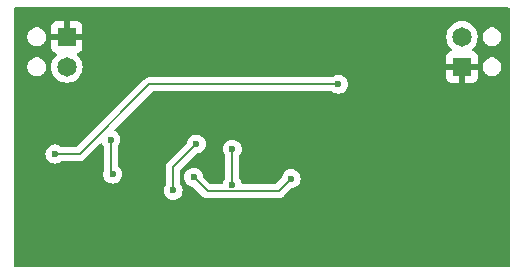
<source format=gbr>
%TF.GenerationSoftware,KiCad,Pcbnew,8.0.8*%
%TF.CreationDate,2025-02-16T12:35:09+01:00*%
%TF.ProjectId,step-down,73746570-2d64-46f7-976e-2e6b69636164,rev?*%
%TF.SameCoordinates,Original*%
%TF.FileFunction,Copper,L2,Bot*%
%TF.FilePolarity,Positive*%
%FSLAX46Y46*%
G04 Gerber Fmt 4.6, Leading zero omitted, Abs format (unit mm)*
G04 Created by KiCad (PCBNEW 8.0.8) date 2025-02-16 12:35:09*
%MOMM*%
%LPD*%
G01*
G04 APERTURE LIST*
%TA.AperFunction,ComponentPad*%
%ADD10R,1.650000X1.650000*%
%TD*%
%TA.AperFunction,ComponentPad*%
%ADD11C,1.650000*%
%TD*%
%TA.AperFunction,ViaPad*%
%ADD12C,0.600000*%
%TD*%
%TA.AperFunction,Conductor*%
%ADD13C,0.200000*%
%TD*%
G04 APERTURE END LIST*
D10*
%TO.P,J2,1,Pin_1*%
%TO.N,GND*%
X161460000Y-94540000D03*
D11*
%TO.P,J2,2,Pin_2*%
%TO.N,/SENSE-*%
X161460000Y-92000000D03*
%TD*%
D10*
%TO.P,J1,1,Pin_1*%
%TO.N,GND*%
X128000000Y-92000000D03*
D11*
%TO.P,J1,2,Pin_2*%
%TO.N,/VIN*%
X128000000Y-94540000D03*
%TD*%
D12*
%TO.N,/INTVCC*%
X137000000Y-105000000D03*
X138959398Y-101066161D03*
%TO.N,/BOOST*%
X138739998Y-103881566D03*
X147000000Y-104000000D03*
%TO.N,/SENSE-*%
X151000000Y-96000000D03*
X127000000Y-101909998D03*
%TO.N,/VFB*%
X131881298Y-103615000D03*
X131716070Y-100690000D03*
%TO.N,/PGOOD*%
X142006996Y-101506446D03*
X142000000Y-104500000D03*
%TD*%
D13*
%TO.N,/INTVCC*%
X137000000Y-105000000D02*
X137000000Y-103025559D01*
X137000000Y-103025559D02*
X138959398Y-101066161D01*
%TO.N,/BOOST*%
X145940000Y-105060000D02*
X139918432Y-105060000D01*
X147000000Y-104000000D02*
X145940000Y-105060000D01*
X139918432Y-105060000D02*
X138739998Y-103881566D01*
%TO.N,/SENSE-*%
X151000000Y-96000000D02*
X135000000Y-96000000D01*
X129090002Y-101909998D02*
X127000000Y-101909998D01*
X135000000Y-96000000D02*
X129090002Y-101909998D01*
%TO.N,/VFB*%
X131716070Y-100690000D02*
X131716070Y-103449772D01*
X131716070Y-103449772D02*
X131881298Y-103615000D01*
X131881298Y-103615000D02*
X132000000Y-103496298D01*
%TO.N,/PGOOD*%
X142006996Y-101506446D02*
X142000000Y-101513442D01*
X142000000Y-101513442D02*
X142000000Y-104500000D01*
%TD*%
%TA.AperFunction,Conductor*%
%TO.N,GND*%
G36*
X165442539Y-89520185D02*
G01*
X165488294Y-89572989D01*
X165499500Y-89624500D01*
X165499500Y-111375500D01*
X165479815Y-111442539D01*
X165427011Y-111488294D01*
X165375500Y-111499500D01*
X123624500Y-111499500D01*
X123557461Y-111479815D01*
X123511706Y-111427011D01*
X123500500Y-111375500D01*
X123500500Y-104999996D01*
X136194435Y-104999996D01*
X136194435Y-105000003D01*
X136214630Y-105179249D01*
X136214631Y-105179254D01*
X136274211Y-105349523D01*
X136323970Y-105428713D01*
X136370184Y-105502262D01*
X136497738Y-105629816D01*
X136650478Y-105725789D01*
X136820745Y-105785368D01*
X136820750Y-105785369D01*
X136999996Y-105805565D01*
X137000000Y-105805565D01*
X137000004Y-105805565D01*
X137179249Y-105785369D01*
X137179252Y-105785368D01*
X137179255Y-105785368D01*
X137349522Y-105725789D01*
X137502262Y-105629816D01*
X137629816Y-105502262D01*
X137725789Y-105349522D01*
X137785368Y-105179255D01*
X137805565Y-105000000D01*
X137785368Y-104820745D01*
X137725789Y-104650478D01*
X137629816Y-104497738D01*
X137629814Y-104497736D01*
X137629813Y-104497734D01*
X137627550Y-104494896D01*
X137626659Y-104492715D01*
X137626111Y-104491842D01*
X137626264Y-104491745D01*
X137601144Y-104430209D01*
X137600500Y-104417587D01*
X137600500Y-103881562D01*
X137934433Y-103881562D01*
X137934433Y-103881569D01*
X137954628Y-104060815D01*
X137954629Y-104060820D01*
X138014209Y-104231089D01*
X138070544Y-104320745D01*
X138110182Y-104383828D01*
X138237736Y-104511382D01*
X138390476Y-104607355D01*
X138560743Y-104666934D01*
X138647667Y-104676727D01*
X138712078Y-104703792D01*
X138721463Y-104712266D01*
X139433571Y-105424374D01*
X139433581Y-105424385D01*
X139437911Y-105428715D01*
X139437912Y-105428716D01*
X139549716Y-105540520D01*
X139549718Y-105540521D01*
X139549722Y-105540524D01*
X139686641Y-105619573D01*
X139686648Y-105619577D01*
X139798451Y-105649534D01*
X139839374Y-105660500D01*
X139839375Y-105660500D01*
X145853331Y-105660500D01*
X145853347Y-105660501D01*
X145860943Y-105660501D01*
X146019054Y-105660501D01*
X146019057Y-105660501D01*
X146171785Y-105619577D01*
X146221904Y-105590639D01*
X146308716Y-105540520D01*
X146420520Y-105428716D01*
X146420520Y-105428714D01*
X146430728Y-105418507D01*
X146430730Y-105418504D01*
X147018535Y-104830698D01*
X147079856Y-104797215D01*
X147092311Y-104795163D01*
X147179255Y-104785368D01*
X147349522Y-104725789D01*
X147502262Y-104629816D01*
X147629816Y-104502262D01*
X147725789Y-104349522D01*
X147785368Y-104179255D01*
X147785369Y-104179249D01*
X147805565Y-104000003D01*
X147805565Y-103999996D01*
X147785369Y-103820750D01*
X147785368Y-103820745D01*
X147725788Y-103650476D01*
X147651372Y-103532044D01*
X147629816Y-103497738D01*
X147502262Y-103370184D01*
X147431395Y-103325655D01*
X147349523Y-103274211D01*
X147179254Y-103214631D01*
X147179249Y-103214630D01*
X147000004Y-103194435D01*
X146999996Y-103194435D01*
X146820750Y-103214630D01*
X146820745Y-103214631D01*
X146650476Y-103274211D01*
X146497737Y-103370184D01*
X146370184Y-103497737D01*
X146274210Y-103650478D01*
X146214630Y-103820750D01*
X146204837Y-103907668D01*
X146177770Y-103972082D01*
X146169298Y-103981465D01*
X145727584Y-104423181D01*
X145666261Y-104456666D01*
X145639903Y-104459500D01*
X142911815Y-104459500D01*
X142844776Y-104439815D01*
X142799021Y-104387011D01*
X142788595Y-104349385D01*
X142785368Y-104320745D01*
X142725789Y-104150478D01*
X142629816Y-103997738D01*
X142629814Y-103997736D01*
X142629813Y-103997734D01*
X142627550Y-103994896D01*
X142626659Y-103992715D01*
X142626111Y-103991842D01*
X142626264Y-103991745D01*
X142601144Y-103930209D01*
X142600500Y-103917587D01*
X142600500Y-102096382D01*
X142620185Y-102029343D01*
X142636662Y-102008894D01*
X142636806Y-102008713D01*
X142636812Y-102008708D01*
X142732785Y-101855968D01*
X142792364Y-101685701D01*
X142805578Y-101568423D01*
X142812561Y-101506449D01*
X142812561Y-101506442D01*
X142792365Y-101327196D01*
X142792364Y-101327191D01*
X142763749Y-101245415D01*
X142732785Y-101156924D01*
X142636812Y-101004184D01*
X142509258Y-100876630D01*
X142497511Y-100869249D01*
X142356519Y-100780657D01*
X142186250Y-100721077D01*
X142186245Y-100721076D01*
X142007000Y-100700881D01*
X142006992Y-100700881D01*
X141827746Y-100721076D01*
X141827741Y-100721077D01*
X141657472Y-100780657D01*
X141504733Y-100876630D01*
X141377180Y-101004183D01*
X141281207Y-101156922D01*
X141221627Y-101327191D01*
X141221626Y-101327196D01*
X141201431Y-101506442D01*
X141201431Y-101506449D01*
X141221626Y-101685695D01*
X141221627Y-101685700D01*
X141281207Y-101855970D01*
X141380493Y-102013980D01*
X141399500Y-102079953D01*
X141399500Y-103917587D01*
X141379815Y-103984626D01*
X141372450Y-103994896D01*
X141370186Y-103997734D01*
X141274210Y-104150478D01*
X141214631Y-104320746D01*
X141212743Y-104337507D01*
X141211405Y-104349384D01*
X141184340Y-104413796D01*
X141126745Y-104453352D01*
X141088185Y-104459500D01*
X140218529Y-104459500D01*
X140151490Y-104439815D01*
X140130848Y-104423181D01*
X139570698Y-103863031D01*
X139537213Y-103801708D01*
X139535161Y-103789252D01*
X139525366Y-103702311D01*
X139465787Y-103532044D01*
X139369814Y-103379304D01*
X139242260Y-103251750D01*
X139151044Y-103194435D01*
X139089521Y-103155777D01*
X138919252Y-103096197D01*
X138919247Y-103096196D01*
X138740002Y-103076001D01*
X138739994Y-103076001D01*
X138560748Y-103096196D01*
X138560743Y-103096197D01*
X138390474Y-103155777D01*
X138237735Y-103251750D01*
X138110182Y-103379303D01*
X138014209Y-103532042D01*
X137954629Y-103702311D01*
X137954628Y-103702316D01*
X137934433Y-103881562D01*
X137600500Y-103881562D01*
X137600500Y-103325655D01*
X137620185Y-103258616D01*
X137636814Y-103237979D01*
X138977933Y-101896859D01*
X139039254Y-101863376D01*
X139051709Y-101861324D01*
X139138653Y-101851529D01*
X139308920Y-101791950D01*
X139461660Y-101695977D01*
X139589214Y-101568423D01*
X139685187Y-101415683D01*
X139744766Y-101245416D01*
X139750755Y-101192262D01*
X139764963Y-101066164D01*
X139764963Y-101066157D01*
X139744767Y-100886911D01*
X139744766Y-100886906D01*
X139686740Y-100721077D01*
X139685187Y-100716639D01*
X139668450Y-100690003D01*
X139589213Y-100563898D01*
X139461660Y-100436345D01*
X139308921Y-100340372D01*
X139138652Y-100280792D01*
X139138647Y-100280791D01*
X138959402Y-100260596D01*
X138959394Y-100260596D01*
X138780148Y-100280791D01*
X138780143Y-100280792D01*
X138609874Y-100340372D01*
X138457135Y-100436345D01*
X138329582Y-100563898D01*
X138233608Y-100716639D01*
X138174028Y-100886911D01*
X138164235Y-100973829D01*
X138137168Y-101038243D01*
X138128696Y-101047626D01*
X136631286Y-102545037D01*
X136519481Y-102656841D01*
X136519479Y-102656844D01*
X136469361Y-102743653D01*
X136469359Y-102743655D01*
X136440425Y-102793768D01*
X136440424Y-102793769D01*
X136440423Y-102793774D01*
X136399499Y-102946502D01*
X136399499Y-102946504D01*
X136399499Y-103114605D01*
X136399500Y-103114618D01*
X136399500Y-104417587D01*
X136379815Y-104484626D01*
X136372450Y-104494896D01*
X136370186Y-104497734D01*
X136274211Y-104650476D01*
X136214631Y-104820745D01*
X136214630Y-104820750D01*
X136194435Y-104999996D01*
X123500500Y-104999996D01*
X123500500Y-101909994D01*
X126194435Y-101909994D01*
X126194435Y-101910001D01*
X126214630Y-102089247D01*
X126214631Y-102089252D01*
X126274211Y-102259521D01*
X126370184Y-102412260D01*
X126497738Y-102539814D01*
X126650478Y-102635787D01*
X126820745Y-102695366D01*
X126820750Y-102695367D01*
X126999996Y-102715563D01*
X127000000Y-102715563D01*
X127000004Y-102715563D01*
X127179249Y-102695367D01*
X127179252Y-102695366D01*
X127179255Y-102695366D01*
X127349522Y-102635787D01*
X127502262Y-102539814D01*
X127502267Y-102539808D01*
X127505097Y-102537553D01*
X127507275Y-102536663D01*
X127508158Y-102536109D01*
X127508255Y-102536263D01*
X127569783Y-102511143D01*
X127582412Y-102510498D01*
X129003333Y-102510498D01*
X129003349Y-102510499D01*
X129010945Y-102510499D01*
X129169056Y-102510499D01*
X129169059Y-102510499D01*
X129321787Y-102469575D01*
X129371906Y-102440637D01*
X129458718Y-102390518D01*
X129570522Y-102278714D01*
X129570522Y-102278712D01*
X129580730Y-102268505D01*
X129580732Y-102268502D01*
X130810656Y-101038577D01*
X130871977Y-101005094D01*
X130941669Y-101010078D01*
X130997602Y-101051950D01*
X131003329Y-101060288D01*
X131064048Y-101156922D01*
X131086255Y-101192263D01*
X131088515Y-101195097D01*
X131089404Y-101197275D01*
X131089959Y-101198158D01*
X131089804Y-101198255D01*
X131114925Y-101259783D01*
X131115570Y-101272412D01*
X131115570Y-103358547D01*
X131108612Y-103399501D01*
X131095929Y-103435747D01*
X131075733Y-103614996D01*
X131075733Y-103615003D01*
X131095928Y-103794249D01*
X131095929Y-103794254D01*
X131155509Y-103964523D01*
X131177801Y-104000000D01*
X131251482Y-104117262D01*
X131379036Y-104244816D01*
X131531776Y-104340789D01*
X131663871Y-104387011D01*
X131702043Y-104400368D01*
X131702048Y-104400369D01*
X131881294Y-104420565D01*
X131881298Y-104420565D01*
X131881302Y-104420565D01*
X132060547Y-104400369D01*
X132060550Y-104400368D01*
X132060553Y-104400368D01*
X132230820Y-104340789D01*
X132383560Y-104244816D01*
X132511114Y-104117262D01*
X132607087Y-103964522D01*
X132666666Y-103794255D01*
X132686863Y-103615000D01*
X132677516Y-103532044D01*
X132666667Y-103435750D01*
X132666666Y-103435745D01*
X132607086Y-103265476D01*
X132511113Y-103112737D01*
X132383558Y-102985182D01*
X132383553Y-102985178D01*
X132374596Y-102979550D01*
X132328306Y-102927215D01*
X132316570Y-102874558D01*
X132316570Y-101272412D01*
X132336255Y-101205373D01*
X132343625Y-101195097D01*
X132345880Y-101192267D01*
X132345886Y-101192262D01*
X132441859Y-101039522D01*
X132501438Y-100869255D01*
X132511421Y-100780657D01*
X132521635Y-100690003D01*
X132521635Y-100689996D01*
X132501439Y-100510750D01*
X132501438Y-100510745D01*
X132441858Y-100340476D01*
X132345885Y-100187737D01*
X132218332Y-100060184D01*
X132086358Y-99977259D01*
X132040067Y-99924924D01*
X132029419Y-99855870D01*
X132057794Y-99792022D01*
X132064636Y-99784597D01*
X135212416Y-96636819D01*
X135273739Y-96603334D01*
X135300097Y-96600500D01*
X150417588Y-96600500D01*
X150484627Y-96620185D01*
X150494903Y-96627555D01*
X150497736Y-96629814D01*
X150497738Y-96629816D01*
X150650478Y-96725789D01*
X150820745Y-96785368D01*
X150820750Y-96785369D01*
X150999996Y-96805565D01*
X151000000Y-96805565D01*
X151000004Y-96805565D01*
X151179249Y-96785369D01*
X151179252Y-96785368D01*
X151179255Y-96785368D01*
X151349522Y-96725789D01*
X151502262Y-96629816D01*
X151629816Y-96502262D01*
X151725789Y-96349522D01*
X151785368Y-96179255D01*
X151805565Y-96000000D01*
X151790981Y-95870563D01*
X151785369Y-95820750D01*
X151785368Y-95820745D01*
X151750881Y-95722187D01*
X151725789Y-95650478D01*
X151629816Y-95497738D01*
X151502262Y-95370184D01*
X151349523Y-95274211D01*
X151179254Y-95214631D01*
X151179249Y-95214630D01*
X151000004Y-95194435D01*
X150999996Y-95194435D01*
X150820750Y-95214630D01*
X150820745Y-95214631D01*
X150650476Y-95274211D01*
X150497736Y-95370185D01*
X150494903Y-95372445D01*
X150492724Y-95373334D01*
X150491842Y-95373889D01*
X150491744Y-95373734D01*
X150430217Y-95398855D01*
X150417588Y-95399500D01*
X134920940Y-95399500D01*
X134880019Y-95410464D01*
X134880019Y-95410465D01*
X134871141Y-95412844D01*
X134768214Y-95440423D01*
X134768209Y-95440426D01*
X134631290Y-95519475D01*
X134631282Y-95519481D01*
X134519478Y-95631286D01*
X128877586Y-101273179D01*
X128816263Y-101306664D01*
X128789905Y-101309498D01*
X127582412Y-101309498D01*
X127515373Y-101289813D01*
X127505097Y-101282443D01*
X127502263Y-101280183D01*
X127502262Y-101280182D01*
X127445496Y-101244513D01*
X127349523Y-101184209D01*
X127179254Y-101124629D01*
X127179249Y-101124628D01*
X127000004Y-101104433D01*
X126999996Y-101104433D01*
X126820750Y-101124628D01*
X126820745Y-101124629D01*
X126650476Y-101184209D01*
X126497737Y-101280182D01*
X126370184Y-101407735D01*
X126274211Y-101560474D01*
X126214631Y-101730743D01*
X126214630Y-101730748D01*
X126194435Y-101909994D01*
X123500500Y-101909994D01*
X123500500Y-94461153D01*
X124659500Y-94461153D01*
X124659500Y-94618846D01*
X124690261Y-94773489D01*
X124690264Y-94773501D01*
X124750602Y-94919172D01*
X124750609Y-94919185D01*
X124838210Y-95050288D01*
X124838213Y-95050292D01*
X124949707Y-95161786D01*
X124949711Y-95161789D01*
X125080814Y-95249390D01*
X125080827Y-95249397D01*
X125226498Y-95309735D01*
X125226503Y-95309737D01*
X125381153Y-95340499D01*
X125381156Y-95340500D01*
X125381158Y-95340500D01*
X125538844Y-95340500D01*
X125538845Y-95340499D01*
X125693497Y-95309737D01*
X125839179Y-95249394D01*
X125970289Y-95161789D01*
X126081789Y-95050289D01*
X126169394Y-94919179D01*
X126229737Y-94773497D01*
X126260500Y-94618842D01*
X126260500Y-94539998D01*
X126669437Y-94539998D01*
X126669437Y-94540001D01*
X126689650Y-94771044D01*
X126689651Y-94771051D01*
X126749678Y-94995074D01*
X126749679Y-94995076D01*
X126749680Y-94995079D01*
X126847699Y-95205282D01*
X126980730Y-95395269D01*
X127144731Y-95559270D01*
X127334718Y-95692301D01*
X127544921Y-95790320D01*
X127768950Y-95850349D01*
X127933985Y-95864787D01*
X127999998Y-95870563D01*
X128000000Y-95870563D01*
X128000002Y-95870563D01*
X128063586Y-95865000D01*
X128231050Y-95850349D01*
X128455079Y-95790320D01*
X128665282Y-95692301D01*
X128855269Y-95559270D01*
X129019270Y-95395269D01*
X129152301Y-95205282D01*
X129250320Y-94995079D01*
X129310349Y-94771050D01*
X129330563Y-94540000D01*
X129310349Y-94308950D01*
X129250320Y-94084921D01*
X129152301Y-93874719D01*
X129152299Y-93874716D01*
X129152298Y-93874714D01*
X129019273Y-93684735D01*
X129019268Y-93684729D01*
X128863509Y-93528970D01*
X128830024Y-93467647D01*
X128835008Y-93397955D01*
X128876880Y-93342022D01*
X128925433Y-93322924D01*
X128924832Y-93320380D01*
X128932379Y-93318596D01*
X129067086Y-93268354D01*
X129067093Y-93268350D01*
X129182187Y-93182190D01*
X129182190Y-93182187D01*
X129268350Y-93067093D01*
X129268354Y-93067086D01*
X129318596Y-92932379D01*
X129318598Y-92932372D01*
X129324999Y-92872844D01*
X129325000Y-92872827D01*
X129325000Y-92250000D01*
X128490748Y-92250000D01*
X128512518Y-92212292D01*
X128550000Y-92072409D01*
X128550000Y-91999998D01*
X160129437Y-91999998D01*
X160129437Y-92000001D01*
X160149650Y-92231044D01*
X160149651Y-92231051D01*
X160209678Y-92455074D01*
X160209679Y-92455076D01*
X160209680Y-92455079D01*
X160307699Y-92665282D01*
X160402380Y-92800500D01*
X160440730Y-92855269D01*
X160596490Y-93011029D01*
X160629975Y-93072352D01*
X160624991Y-93142044D01*
X160583119Y-93197977D01*
X160534569Y-93217087D01*
X160535168Y-93219620D01*
X160527620Y-93221403D01*
X160392913Y-93271645D01*
X160392906Y-93271649D01*
X160277812Y-93357809D01*
X160277809Y-93357812D01*
X160191649Y-93472906D01*
X160191645Y-93472913D01*
X160141403Y-93607620D01*
X160141401Y-93607627D01*
X160135000Y-93667155D01*
X160135000Y-94290000D01*
X160969252Y-94290000D01*
X160947482Y-94327708D01*
X160910000Y-94467591D01*
X160910000Y-94612409D01*
X160947482Y-94752292D01*
X160969252Y-94790000D01*
X160135000Y-94790000D01*
X160135000Y-95412844D01*
X160141401Y-95472372D01*
X160141403Y-95472379D01*
X160191645Y-95607086D01*
X160191649Y-95607093D01*
X160277809Y-95722187D01*
X160277812Y-95722190D01*
X160392906Y-95808350D01*
X160392913Y-95808354D01*
X160527620Y-95858596D01*
X160527627Y-95858598D01*
X160587155Y-95864999D01*
X160587172Y-95865000D01*
X161210000Y-95865000D01*
X161210000Y-95030747D01*
X161247708Y-95052518D01*
X161387591Y-95090000D01*
X161532409Y-95090000D01*
X161672292Y-95052518D01*
X161710000Y-95030747D01*
X161710000Y-95865000D01*
X162332828Y-95865000D01*
X162332844Y-95864999D01*
X162392372Y-95858598D01*
X162392379Y-95858596D01*
X162527086Y-95808354D01*
X162527093Y-95808350D01*
X162642187Y-95722190D01*
X162642190Y-95722187D01*
X162728350Y-95607093D01*
X162728354Y-95607086D01*
X162778596Y-95472379D01*
X162778598Y-95472372D01*
X162784999Y-95412844D01*
X162785000Y-95412827D01*
X162785000Y-94790000D01*
X161950748Y-94790000D01*
X161972518Y-94752292D01*
X162010000Y-94612409D01*
X162010000Y-94467591D01*
X162008275Y-94461153D01*
X163199500Y-94461153D01*
X163199500Y-94618846D01*
X163230261Y-94773489D01*
X163230264Y-94773501D01*
X163290602Y-94919172D01*
X163290609Y-94919185D01*
X163378210Y-95050288D01*
X163378213Y-95050292D01*
X163489707Y-95161786D01*
X163489711Y-95161789D01*
X163620814Y-95249390D01*
X163620827Y-95249397D01*
X163766498Y-95309735D01*
X163766503Y-95309737D01*
X163921153Y-95340499D01*
X163921156Y-95340500D01*
X163921158Y-95340500D01*
X164078844Y-95340500D01*
X164078845Y-95340499D01*
X164233497Y-95309737D01*
X164379179Y-95249394D01*
X164510289Y-95161789D01*
X164621789Y-95050289D01*
X164709394Y-94919179D01*
X164769737Y-94773497D01*
X164800500Y-94618842D01*
X164800500Y-94461158D01*
X164800500Y-94461155D01*
X164800499Y-94461153D01*
X164773955Y-94327708D01*
X164769737Y-94306503D01*
X164726572Y-94202292D01*
X164709397Y-94160827D01*
X164709390Y-94160814D01*
X164621789Y-94029711D01*
X164621786Y-94029707D01*
X164510292Y-93918213D01*
X164510288Y-93918210D01*
X164379185Y-93830609D01*
X164379172Y-93830602D01*
X164233501Y-93770264D01*
X164233489Y-93770261D01*
X164078845Y-93739500D01*
X164078842Y-93739500D01*
X163921158Y-93739500D01*
X163921155Y-93739500D01*
X163766510Y-93770261D01*
X163766498Y-93770264D01*
X163620827Y-93830602D01*
X163620814Y-93830609D01*
X163489711Y-93918210D01*
X163489707Y-93918213D01*
X163378213Y-94029707D01*
X163378210Y-94029711D01*
X163290609Y-94160814D01*
X163290602Y-94160827D01*
X163230264Y-94306498D01*
X163230261Y-94306510D01*
X163199500Y-94461153D01*
X162008275Y-94461153D01*
X161972518Y-94327708D01*
X161950748Y-94290000D01*
X162785000Y-94290000D01*
X162785000Y-93667172D01*
X162784999Y-93667155D01*
X162778598Y-93607627D01*
X162778596Y-93607620D01*
X162728354Y-93472913D01*
X162728350Y-93472906D01*
X162642190Y-93357812D01*
X162642187Y-93357809D01*
X162527093Y-93271649D01*
X162527086Y-93271645D01*
X162392379Y-93221403D01*
X162384832Y-93219620D01*
X162385486Y-93216848D01*
X162333360Y-93195243D01*
X162293526Y-93137841D01*
X162291049Y-93068015D01*
X162323506Y-93011032D01*
X162479270Y-92855269D01*
X162612301Y-92665282D01*
X162710320Y-92455079D01*
X162770349Y-92231050D01*
X162790563Y-92000000D01*
X162783665Y-91921153D01*
X163199500Y-91921153D01*
X163199500Y-92078846D01*
X163230261Y-92233489D01*
X163230264Y-92233501D01*
X163290602Y-92379172D01*
X163290609Y-92379185D01*
X163378210Y-92510288D01*
X163378213Y-92510292D01*
X163489707Y-92621786D01*
X163489711Y-92621789D01*
X163620814Y-92709390D01*
X163620827Y-92709397D01*
X163766498Y-92769735D01*
X163766503Y-92769737D01*
X163921153Y-92800499D01*
X163921156Y-92800500D01*
X163921158Y-92800500D01*
X164078844Y-92800500D01*
X164078845Y-92800499D01*
X164233497Y-92769737D01*
X164379179Y-92709394D01*
X164510289Y-92621789D01*
X164621789Y-92510289D01*
X164709394Y-92379179D01*
X164769737Y-92233497D01*
X164800500Y-92078842D01*
X164800500Y-91921158D01*
X164800500Y-91921155D01*
X164800499Y-91921153D01*
X164773955Y-91787708D01*
X164769737Y-91766503D01*
X164726572Y-91662292D01*
X164709397Y-91620827D01*
X164709390Y-91620814D01*
X164621789Y-91489711D01*
X164621786Y-91489707D01*
X164510292Y-91378213D01*
X164510288Y-91378210D01*
X164379185Y-91290609D01*
X164379172Y-91290602D01*
X164233501Y-91230264D01*
X164233489Y-91230261D01*
X164078845Y-91199500D01*
X164078842Y-91199500D01*
X163921158Y-91199500D01*
X163921155Y-91199500D01*
X163766510Y-91230261D01*
X163766498Y-91230264D01*
X163620827Y-91290602D01*
X163620814Y-91290609D01*
X163489711Y-91378210D01*
X163489707Y-91378213D01*
X163378213Y-91489707D01*
X163378210Y-91489711D01*
X163290609Y-91620814D01*
X163290602Y-91620827D01*
X163230264Y-91766498D01*
X163230261Y-91766510D01*
X163199500Y-91921153D01*
X162783665Y-91921153D01*
X162770349Y-91768950D01*
X162710320Y-91544921D01*
X162612301Y-91334719D01*
X162612299Y-91334716D01*
X162612298Y-91334714D01*
X162479273Y-91144735D01*
X162479268Y-91144729D01*
X162315269Y-90980730D01*
X162315263Y-90980726D01*
X162125282Y-90847699D01*
X161915079Y-90749680D01*
X161915076Y-90749679D01*
X161915074Y-90749678D01*
X161691051Y-90689651D01*
X161691044Y-90689650D01*
X161460002Y-90669437D01*
X161459998Y-90669437D01*
X161228955Y-90689650D01*
X161228948Y-90689651D01*
X161004917Y-90749681D01*
X160794718Y-90847699D01*
X160794714Y-90847701D01*
X160604735Y-90980726D01*
X160604729Y-90980731D01*
X160440731Y-91144729D01*
X160440726Y-91144735D01*
X160307701Y-91334714D01*
X160307699Y-91334718D01*
X160209681Y-91544917D01*
X160149651Y-91768948D01*
X160149650Y-91768955D01*
X160129437Y-91999998D01*
X128550000Y-91999998D01*
X128550000Y-91927591D01*
X128512518Y-91787708D01*
X128490748Y-91750000D01*
X129325000Y-91750000D01*
X129325000Y-91127172D01*
X129324999Y-91127155D01*
X129318598Y-91067627D01*
X129318596Y-91067620D01*
X129268354Y-90932913D01*
X129268350Y-90932906D01*
X129182190Y-90817812D01*
X129182187Y-90817809D01*
X129067093Y-90731649D01*
X129067086Y-90731645D01*
X128932379Y-90681403D01*
X128932372Y-90681401D01*
X128872844Y-90675000D01*
X128250000Y-90675000D01*
X128250000Y-91509252D01*
X128212292Y-91487482D01*
X128072409Y-91450000D01*
X127927591Y-91450000D01*
X127787708Y-91487482D01*
X127750000Y-91509252D01*
X127750000Y-90675000D01*
X127127155Y-90675000D01*
X127067627Y-90681401D01*
X127067620Y-90681403D01*
X126932913Y-90731645D01*
X126932906Y-90731649D01*
X126817812Y-90817809D01*
X126817809Y-90817812D01*
X126731649Y-90932906D01*
X126731645Y-90932913D01*
X126681403Y-91067620D01*
X126681401Y-91067627D01*
X126675000Y-91127155D01*
X126675000Y-91750000D01*
X127509252Y-91750000D01*
X127487482Y-91787708D01*
X127450000Y-91927591D01*
X127450000Y-92072409D01*
X127487482Y-92212292D01*
X127509252Y-92250000D01*
X126675000Y-92250000D01*
X126675000Y-92872844D01*
X126681401Y-92932372D01*
X126681403Y-92932379D01*
X126731645Y-93067086D01*
X126731649Y-93067093D01*
X126817809Y-93182187D01*
X126817812Y-93182190D01*
X126932906Y-93268350D01*
X126932913Y-93268354D01*
X127067620Y-93318596D01*
X127075168Y-93320380D01*
X127074511Y-93323159D01*
X127126599Y-93344724D01*
X127166457Y-93402110D01*
X127168962Y-93471935D01*
X127136491Y-93528970D01*
X126980726Y-93684735D01*
X126847701Y-93874714D01*
X126847699Y-93874718D01*
X126749681Y-94084917D01*
X126689651Y-94308948D01*
X126689650Y-94308955D01*
X126669437Y-94539998D01*
X126260500Y-94539998D01*
X126260500Y-94461158D01*
X126260500Y-94461155D01*
X126260499Y-94461153D01*
X126233955Y-94327708D01*
X126229737Y-94306503D01*
X126186572Y-94202292D01*
X126169397Y-94160827D01*
X126169390Y-94160814D01*
X126081789Y-94029711D01*
X126081786Y-94029707D01*
X125970292Y-93918213D01*
X125970288Y-93918210D01*
X125839185Y-93830609D01*
X125839172Y-93830602D01*
X125693501Y-93770264D01*
X125693489Y-93770261D01*
X125538845Y-93739500D01*
X125538842Y-93739500D01*
X125381158Y-93739500D01*
X125381155Y-93739500D01*
X125226510Y-93770261D01*
X125226498Y-93770264D01*
X125080827Y-93830602D01*
X125080814Y-93830609D01*
X124949711Y-93918210D01*
X124949707Y-93918213D01*
X124838213Y-94029707D01*
X124838210Y-94029711D01*
X124750609Y-94160814D01*
X124750602Y-94160827D01*
X124690264Y-94306498D01*
X124690261Y-94306510D01*
X124659500Y-94461153D01*
X123500500Y-94461153D01*
X123500500Y-91921153D01*
X124659500Y-91921153D01*
X124659500Y-92078846D01*
X124690261Y-92233489D01*
X124690264Y-92233501D01*
X124750602Y-92379172D01*
X124750609Y-92379185D01*
X124838210Y-92510288D01*
X124838213Y-92510292D01*
X124949707Y-92621786D01*
X124949711Y-92621789D01*
X125080814Y-92709390D01*
X125080827Y-92709397D01*
X125226498Y-92769735D01*
X125226503Y-92769737D01*
X125381153Y-92800499D01*
X125381156Y-92800500D01*
X125381158Y-92800500D01*
X125538844Y-92800500D01*
X125538845Y-92800499D01*
X125693497Y-92769737D01*
X125839179Y-92709394D01*
X125970289Y-92621789D01*
X126081789Y-92510289D01*
X126169394Y-92379179D01*
X126229737Y-92233497D01*
X126260500Y-92078842D01*
X126260500Y-91921158D01*
X126260500Y-91921155D01*
X126260499Y-91921153D01*
X126233955Y-91787708D01*
X126229737Y-91766503D01*
X126186572Y-91662292D01*
X126169397Y-91620827D01*
X126169390Y-91620814D01*
X126081789Y-91489711D01*
X126081786Y-91489707D01*
X125970292Y-91378213D01*
X125970288Y-91378210D01*
X125839185Y-91290609D01*
X125839172Y-91290602D01*
X125693501Y-91230264D01*
X125693489Y-91230261D01*
X125538845Y-91199500D01*
X125538842Y-91199500D01*
X125381158Y-91199500D01*
X125381155Y-91199500D01*
X125226510Y-91230261D01*
X125226498Y-91230264D01*
X125080827Y-91290602D01*
X125080814Y-91290609D01*
X124949711Y-91378210D01*
X124949707Y-91378213D01*
X124838213Y-91489707D01*
X124838210Y-91489711D01*
X124750609Y-91620814D01*
X124750602Y-91620827D01*
X124690264Y-91766498D01*
X124690261Y-91766510D01*
X124659500Y-91921153D01*
X123500500Y-91921153D01*
X123500500Y-89624500D01*
X123520185Y-89557461D01*
X123572989Y-89511706D01*
X123624500Y-89500500D01*
X165375500Y-89500500D01*
X165442539Y-89520185D01*
G37*
%TD.AperFunction*%
%TD*%
M02*

</source>
